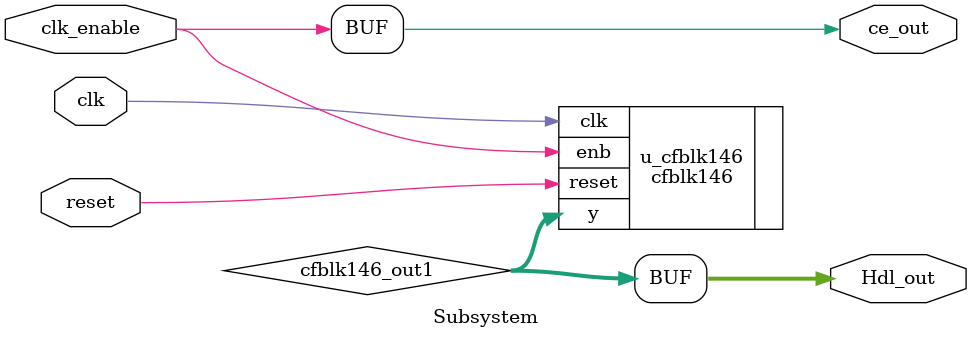
<source format=v>



`timescale 1 ns / 1 ns

module Subsystem
          (clk,
           reset,
           clk_enable,
           ce_out,
           Hdl_out);


  input   clk;
  input   reset;
  input   clk_enable;
  output  ce_out;
  output  [7:0] Hdl_out;  // uint8


  wire [7:0] cfblk146_out1;  // uint8


  cfblk146 u_cfblk146 (.clk(clk),
                       .reset(reset),
                       .enb(clk_enable),
                       .y(cfblk146_out1)  // uint8
                       );

  assign Hdl_out = cfblk146_out1;

  assign ce_out = clk_enable;

endmodule  // Subsystem


</source>
